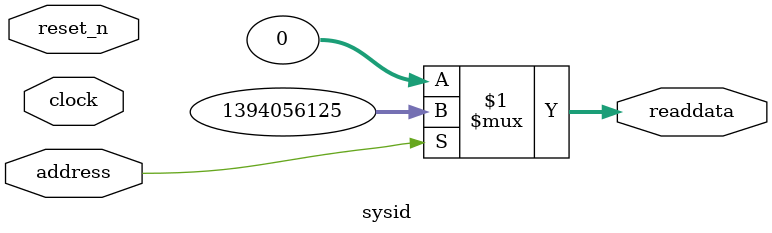
<source format=v>

`timescale 1ns / 1ps
// synthesis translate_on

// turn off superfluous verilog processor warnings 
// altera message_level Level1 
// altera message_off 10034 10035 10036 10037 10230 10240 10030 

module sysid (
               // inputs:
                address,
                clock,
                reset_n,

               // outputs:
                readdata
             )
;

  output  [ 31: 0] readdata;
  input            address;
  input            clock;
  input            reset_n;

  wire    [ 31: 0] readdata;
  //control_slave, which is an e_avalon_slave
  assign readdata = address ? 1394056125 : 0;

endmodule


</source>
